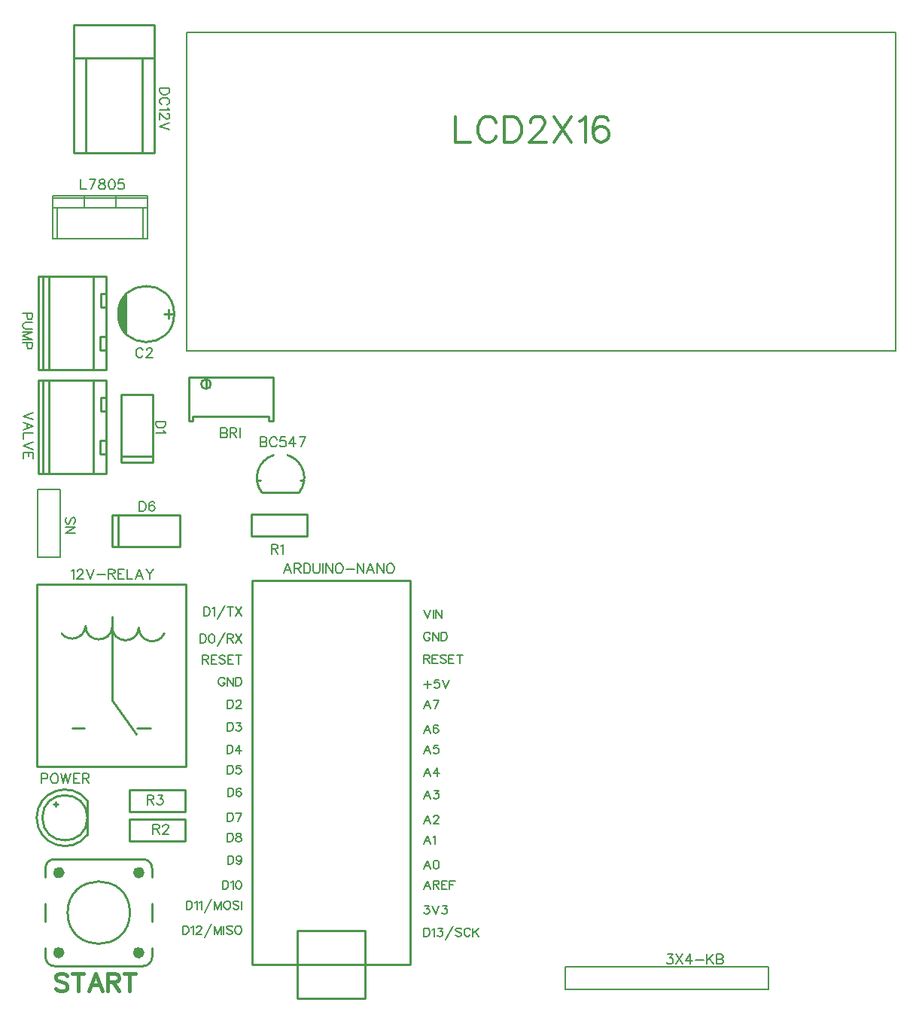
<source format=gto>
G04 Layer: TopSilkLayer*
G04 EasyEDA v6.4.20.6, 2021-08-16T11:23:07+05:00*
G04 c3a099c2b70d45deafa0669b64b3af86,5b6d1f2078ba48c69a4fdbf02e9f565d,10*
G04 Gerber Generator version 0.2*
G04 Scale: 100 percent, Rotated: No, Reflected: No *
G04 Dimensions in millimeters *
G04 leading zeros omitted , absolute positions ,4 integer and 5 decimal *
%FSLAX45Y45*%
%MOMM*%

%ADD10C,0.2540*%
%ADD28C,0.2286*%
%ADD29C,0.1500*%
%ADD30C,0.2030*%
%ADD31C,0.2032*%
%ADD32C,0.7000*%
%ADD33C,0.5000*%
%ADD34C,0.4000*%
%ADD35C,0.1524*%
%ADD36C,0.3000*%

%LPD*%
D34*
X5727700Y-16397478D02*
D35*
X2388615Y-13106400D02*
G01*
X2279650Y-13106400D01*
X2388615Y-13106400D02*
G01*
X2388615Y-13142721D01*
X2383536Y-13158470D01*
X2373122Y-13168629D01*
X2362708Y-13173963D01*
X2346959Y-13179044D01*
X2321052Y-13179044D01*
X2305558Y-13173963D01*
X2295143Y-13168629D01*
X2284729Y-13158470D01*
X2279650Y-13142721D01*
X2279650Y-13106400D01*
X2367788Y-13213334D02*
G01*
X2373122Y-13223747D01*
X2388615Y-13239495D01*
X2279650Y-13239495D01*
X3454400Y-13283184D02*
G01*
X3454400Y-13392150D01*
X3454400Y-13283184D02*
G01*
X3501136Y-13283184D01*
X3516629Y-13288263D01*
X3521963Y-13293597D01*
X3527043Y-13304012D01*
X3527043Y-13314426D01*
X3521963Y-13324839D01*
X3516629Y-13329920D01*
X3501136Y-13335000D01*
X3454400Y-13335000D02*
G01*
X3501136Y-13335000D01*
X3516629Y-13340334D01*
X3521963Y-13345413D01*
X3527043Y-13355828D01*
X3527043Y-13371576D01*
X3521963Y-13381989D01*
X3516629Y-13387070D01*
X3501136Y-13392150D01*
X3454400Y-13392150D01*
X3639311Y-13309092D02*
G01*
X3634231Y-13298678D01*
X3623818Y-13288263D01*
X3613404Y-13283184D01*
X3592575Y-13283184D01*
X3582161Y-13288263D01*
X3571747Y-13298678D01*
X3566668Y-13309092D01*
X3561334Y-13324839D01*
X3561334Y-13350747D01*
X3566668Y-13366242D01*
X3571747Y-13376655D01*
X3582161Y-13387070D01*
X3592575Y-13392150D01*
X3613404Y-13392150D01*
X3623818Y-13387070D01*
X3634231Y-13376655D01*
X3639311Y-13366242D01*
X3736086Y-13283184D02*
G01*
X3684015Y-13283184D01*
X3678936Y-13329920D01*
X3684015Y-13324839D01*
X3699509Y-13319505D01*
X3715258Y-13319505D01*
X3730752Y-13324839D01*
X3741165Y-13335000D01*
X3746500Y-13350747D01*
X3746500Y-13361162D01*
X3741165Y-13376655D01*
X3730752Y-13387070D01*
X3715258Y-13392150D01*
X3699509Y-13392150D01*
X3684015Y-13387070D01*
X3678936Y-13381989D01*
X3673602Y-13371576D01*
X3832606Y-13283184D02*
G01*
X3780790Y-13355828D01*
X3858513Y-13355828D01*
X3832606Y-13283184D02*
G01*
X3832606Y-13392150D01*
X3965702Y-13283184D02*
G01*
X3913631Y-13392150D01*
X3892804Y-13283184D02*
G01*
X3965702Y-13283184D01*
X3581400Y-14489684D02*
G01*
X3581400Y-14598650D01*
X3581400Y-14489684D02*
G01*
X3628136Y-14489684D01*
X3643629Y-14494763D01*
X3648963Y-14500097D01*
X3654043Y-14510512D01*
X3654043Y-14520926D01*
X3648963Y-14531339D01*
X3643629Y-14536420D01*
X3628136Y-14541500D01*
X3581400Y-14541500D01*
X3617722Y-14541500D02*
G01*
X3654043Y-14598650D01*
X3688334Y-14510512D02*
G01*
X3698747Y-14505178D01*
X3714495Y-14489684D01*
X3714495Y-14598650D01*
X2247900Y-17639284D02*
G01*
X2247900Y-17748250D01*
X2247900Y-17639284D02*
G01*
X2294636Y-17639284D01*
X2310129Y-17644363D01*
X2315463Y-17649698D01*
X2320543Y-17660112D01*
X2320543Y-17670526D01*
X2315463Y-17680939D01*
X2310129Y-17686020D01*
X2294636Y-17691100D01*
X2247900Y-17691100D01*
X2284222Y-17691100D02*
G01*
X2320543Y-17748250D01*
X2360168Y-17665192D02*
G01*
X2360168Y-17660112D01*
X2365247Y-17649698D01*
X2370581Y-17644363D01*
X2380995Y-17639284D01*
X2401570Y-17639284D01*
X2411984Y-17644363D01*
X2417318Y-17649698D01*
X2422397Y-17660112D01*
X2422397Y-17670526D01*
X2417318Y-17680939D01*
X2406904Y-17696434D01*
X2354834Y-17748250D01*
X2427731Y-17748250D01*
X2184400Y-17309084D02*
G01*
X2184400Y-17418050D01*
X2184400Y-17309084D02*
G01*
X2231136Y-17309084D01*
X2246629Y-17314163D01*
X2251963Y-17319498D01*
X2257043Y-17329912D01*
X2257043Y-17340326D01*
X2251963Y-17350739D01*
X2246629Y-17355820D01*
X2231136Y-17360900D01*
X2184400Y-17360900D01*
X2220722Y-17360900D02*
G01*
X2257043Y-17418050D01*
X2301747Y-17309084D02*
G01*
X2358897Y-17309084D01*
X2327909Y-17350739D01*
X2343404Y-17350739D01*
X2353818Y-17355820D01*
X2358897Y-17360900D01*
X2364231Y-17376648D01*
X2364231Y-17387062D01*
X2358897Y-17402555D01*
X2348484Y-17412970D01*
X2332990Y-17418050D01*
X2317495Y-17418050D01*
X2301747Y-17412970D01*
X2296668Y-17407889D01*
X2291334Y-17397476D01*
X2135377Y-12305792D02*
G01*
X2130043Y-12295378D01*
X2119629Y-12284963D01*
X2109470Y-12279884D01*
X2088641Y-12279884D01*
X2078227Y-12284963D01*
X2067813Y-12295378D01*
X2062479Y-12305792D01*
X2057400Y-12321539D01*
X2057400Y-12347447D01*
X2062479Y-12362942D01*
X2067813Y-12373355D01*
X2078227Y-12383770D01*
X2088641Y-12388850D01*
X2109470Y-12388850D01*
X2119629Y-12383770D01*
X2130043Y-12373355D01*
X2135377Y-12362942D01*
X2174747Y-12305792D02*
G01*
X2174747Y-12300712D01*
X2180081Y-12290297D01*
X2185161Y-12284963D01*
X2195575Y-12279884D01*
X2216404Y-12279884D01*
X2226818Y-12284963D01*
X2231897Y-12290297D01*
X2237231Y-12300712D01*
X2237231Y-12311126D01*
X2231897Y-12321539D01*
X2221484Y-12337034D01*
X2169668Y-12388850D01*
X2242311Y-12388850D01*
X1435100Y-10387584D02*
G01*
X1435100Y-10496550D01*
X1435100Y-10496550D02*
G01*
X1497329Y-10496550D01*
X1604518Y-10387584D02*
G01*
X1552447Y-10496550D01*
X1531620Y-10387584D02*
G01*
X1604518Y-10387584D01*
X1664715Y-10387584D02*
G01*
X1649221Y-10392663D01*
X1643887Y-10403078D01*
X1643887Y-10413492D01*
X1649221Y-10423905D01*
X1659636Y-10429239D01*
X1680210Y-10434320D01*
X1695957Y-10439400D01*
X1706371Y-10449813D01*
X1711452Y-10460228D01*
X1711452Y-10475976D01*
X1706371Y-10486389D01*
X1701037Y-10491470D01*
X1685544Y-10496550D01*
X1664715Y-10496550D01*
X1649221Y-10491470D01*
X1643887Y-10486389D01*
X1638807Y-10475976D01*
X1638807Y-10460228D01*
X1643887Y-10449813D01*
X1654302Y-10439400D01*
X1670050Y-10434320D01*
X1690623Y-10429239D01*
X1701037Y-10423905D01*
X1706371Y-10413492D01*
X1706371Y-10403078D01*
X1701037Y-10392663D01*
X1685544Y-10387584D01*
X1664715Y-10387584D01*
X1776984Y-10387584D02*
G01*
X1761489Y-10392663D01*
X1751076Y-10408412D01*
X1745742Y-10434320D01*
X1745742Y-10449813D01*
X1751076Y-10475976D01*
X1761489Y-10491470D01*
X1776984Y-10496550D01*
X1787397Y-10496550D01*
X1802892Y-10491470D01*
X1813305Y-10475976D01*
X1818639Y-10449813D01*
X1818639Y-10434320D01*
X1813305Y-10408412D01*
X1802892Y-10392663D01*
X1787397Y-10387584D01*
X1776984Y-10387584D01*
X1915160Y-10387584D02*
G01*
X1863089Y-10387584D01*
X1858010Y-10434320D01*
X1863089Y-10429239D01*
X1878837Y-10423905D01*
X1894331Y-10423905D01*
X1910079Y-10429239D01*
X1920239Y-10439400D01*
X1925573Y-10455147D01*
X1925573Y-10465562D01*
X1920239Y-10481055D01*
X1910079Y-10491470D01*
X1894331Y-10496550D01*
X1878837Y-10496550D01*
X1863089Y-10491470D01*
X1858010Y-10486389D01*
X1852929Y-10475976D01*
X8036813Y-19099784D02*
G01*
X8093963Y-19099784D01*
X8062722Y-19141440D01*
X8078470Y-19141440D01*
X8088629Y-19146520D01*
X8093963Y-19151600D01*
X8099043Y-19167348D01*
X8099043Y-19177761D01*
X8093963Y-19193256D01*
X8083550Y-19203670D01*
X8068056Y-19208750D01*
X8052308Y-19208750D01*
X8036813Y-19203670D01*
X8031479Y-19198590D01*
X8026400Y-19188175D01*
X8133334Y-19099784D02*
G01*
X8206231Y-19208750D01*
X8206231Y-19099784D02*
G01*
X8133334Y-19208750D01*
X8292338Y-19099784D02*
G01*
X8240522Y-19172427D01*
X8318500Y-19172427D01*
X8292338Y-19099784D02*
G01*
X8292338Y-19208750D01*
X8352790Y-19162013D02*
G01*
X8446261Y-19162013D01*
X8480552Y-19099784D02*
G01*
X8480552Y-19208750D01*
X8553195Y-19099784D02*
G01*
X8480552Y-19172427D01*
X8506459Y-19146520D02*
G01*
X8553195Y-19208750D01*
X8587486Y-19099784D02*
G01*
X8587486Y-19208750D01*
X8587486Y-19099784D02*
G01*
X8634222Y-19099784D01*
X8649970Y-19104863D01*
X8655050Y-19110198D01*
X8660129Y-19120611D01*
X8660129Y-19131025D01*
X8655050Y-19141440D01*
X8649970Y-19146520D01*
X8634222Y-19151600D01*
X8587486Y-19151600D02*
G01*
X8634222Y-19151600D01*
X8649970Y-19156934D01*
X8655050Y-19162013D01*
X8660129Y-19172427D01*
X8660129Y-19188175D01*
X8655050Y-19198590D01*
X8649970Y-19203670D01*
X8634222Y-19208750D01*
X8587486Y-19208750D01*
X3009900Y-13181584D02*
G01*
X3009900Y-13290550D01*
X3009900Y-13181584D02*
G01*
X3056636Y-13181584D01*
X3072129Y-13186663D01*
X3077463Y-13191997D01*
X3082543Y-13202412D01*
X3082543Y-13212826D01*
X3077463Y-13223239D01*
X3072129Y-13228320D01*
X3056636Y-13233400D01*
X3009900Y-13233400D02*
G01*
X3056636Y-13233400D01*
X3072129Y-13238734D01*
X3077463Y-13243813D01*
X3082543Y-13254228D01*
X3082543Y-13269976D01*
X3077463Y-13280389D01*
X3072129Y-13285470D01*
X3056636Y-13290550D01*
X3009900Y-13290550D01*
X3116834Y-13181584D02*
G01*
X3116834Y-13290550D01*
X3116834Y-13181584D02*
G01*
X3163570Y-13181584D01*
X3179318Y-13186663D01*
X3184397Y-13191997D01*
X3189731Y-13202412D01*
X3189731Y-13212826D01*
X3184397Y-13223239D01*
X3179318Y-13228320D01*
X3163570Y-13233400D01*
X3116834Y-13233400D01*
X3153409Y-13233400D02*
G01*
X3189731Y-13290550D01*
X3224022Y-13181584D02*
G01*
X3224022Y-13290550D01*
X2433134Y-9359137D02*
G01*
X2324168Y-9359137D01*
X2433134Y-9359137D02*
G01*
X2433134Y-9395460D01*
X2428054Y-9411208D01*
X2417640Y-9421368D01*
X2407226Y-9426702D01*
X2391478Y-9431781D01*
X2365570Y-9431781D01*
X2350076Y-9426702D01*
X2339662Y-9421368D01*
X2329248Y-9411208D01*
X2324168Y-9395460D01*
X2324168Y-9359137D01*
X2407226Y-9544050D02*
G01*
X2417640Y-9538970D01*
X2428054Y-9528555D01*
X2433134Y-9518142D01*
X2433134Y-9497313D01*
X2428054Y-9486900D01*
X2417640Y-9476486D01*
X2407226Y-9471405D01*
X2391478Y-9466071D01*
X2365570Y-9466071D01*
X2350076Y-9471405D01*
X2339662Y-9476486D01*
X2329248Y-9486900D01*
X2324168Y-9497313D01*
X2324168Y-9518142D01*
X2329248Y-9528555D01*
X2339662Y-9538970D01*
X2350076Y-9544050D01*
X2412306Y-9578339D02*
G01*
X2417640Y-9588754D01*
X2433134Y-9604247D01*
X2324168Y-9604247D01*
X2407226Y-9643871D02*
G01*
X2412306Y-9643871D01*
X2422720Y-9648952D01*
X2428054Y-9654286D01*
X2433134Y-9664700D01*
X2433134Y-9685528D01*
X2428054Y-9695687D01*
X2422720Y-9701021D01*
X2412306Y-9706102D01*
X2401892Y-9706102D01*
X2391478Y-9701021D01*
X2375984Y-9690608D01*
X2324168Y-9638537D01*
X2324168Y-9711436D01*
X2433134Y-9745726D02*
G01*
X2324168Y-9787128D01*
X2433134Y-9828784D02*
G01*
X2324168Y-9787128D01*
X3762756Y-14705584D02*
G01*
X3721100Y-14814550D01*
X3762756Y-14705584D02*
G01*
X3804158Y-14814550D01*
X3736593Y-14778228D02*
G01*
X3788663Y-14778228D01*
X3838447Y-14705584D02*
G01*
X3838447Y-14814550D01*
X3838447Y-14705584D02*
G01*
X3885184Y-14705584D01*
X3900931Y-14710663D01*
X3906011Y-14715997D01*
X3911345Y-14726412D01*
X3911345Y-14736826D01*
X3906011Y-14747239D01*
X3900931Y-14752320D01*
X3885184Y-14757400D01*
X3838447Y-14757400D01*
X3874770Y-14757400D02*
G01*
X3911345Y-14814550D01*
X3945636Y-14705584D02*
G01*
X3945636Y-14814550D01*
X3945636Y-14705584D02*
G01*
X3981958Y-14705584D01*
X3997452Y-14710663D01*
X4007865Y-14721078D01*
X4013200Y-14731492D01*
X4018279Y-14747239D01*
X4018279Y-14773147D01*
X4013200Y-14788642D01*
X4007865Y-14799055D01*
X3997452Y-14809470D01*
X3981958Y-14814550D01*
X3945636Y-14814550D01*
X4052570Y-14705584D02*
G01*
X4052570Y-14783562D01*
X4057650Y-14799055D01*
X4068063Y-14809470D01*
X4083811Y-14814550D01*
X4094225Y-14814550D01*
X4109720Y-14809470D01*
X4120134Y-14799055D01*
X4125213Y-14783562D01*
X4125213Y-14705584D01*
X4159504Y-14705584D02*
G01*
X4159504Y-14814550D01*
X4193793Y-14705584D02*
G01*
X4193793Y-14814550D01*
X4193793Y-14705584D02*
G01*
X4266691Y-14814550D01*
X4266691Y-14705584D02*
G01*
X4266691Y-14814550D01*
X4331970Y-14705584D02*
G01*
X4321809Y-14710663D01*
X4311395Y-14721078D01*
X4306061Y-14731492D01*
X4300981Y-14747239D01*
X4300981Y-14773147D01*
X4306061Y-14788642D01*
X4311395Y-14799055D01*
X4321809Y-14809470D01*
X4331970Y-14814550D01*
X4352797Y-14814550D01*
X4363211Y-14809470D01*
X4373625Y-14799055D01*
X4378959Y-14788642D01*
X4384040Y-14773147D01*
X4384040Y-14747239D01*
X4378959Y-14731492D01*
X4373625Y-14721078D01*
X4363211Y-14710663D01*
X4352797Y-14705584D01*
X4331970Y-14705584D01*
X4418329Y-14767813D02*
G01*
X4511802Y-14767813D01*
X4546091Y-14705584D02*
G01*
X4546091Y-14814550D01*
X4546091Y-14705584D02*
G01*
X4618990Y-14814550D01*
X4618990Y-14705584D02*
G01*
X4618990Y-14814550D01*
X4694681Y-14705584D02*
G01*
X4653279Y-14814550D01*
X4694681Y-14705584D02*
G01*
X4736338Y-14814550D01*
X4668774Y-14778228D02*
G01*
X4720590Y-14778228D01*
X4770627Y-14705584D02*
G01*
X4770627Y-14814550D01*
X4770627Y-14705584D02*
G01*
X4843272Y-14814550D01*
X4843272Y-14705584D02*
G01*
X4843272Y-14814550D01*
X4908804Y-14705584D02*
G01*
X4898390Y-14710663D01*
X4887975Y-14721078D01*
X4882895Y-14731492D01*
X4877561Y-14747239D01*
X4877561Y-14773147D01*
X4882895Y-14788642D01*
X4887975Y-14799055D01*
X4898390Y-14809470D01*
X4908804Y-14814550D01*
X4929631Y-14814550D01*
X4940045Y-14809470D01*
X4950459Y-14799055D01*
X4955540Y-14788642D01*
X4960620Y-14773147D01*
X4960620Y-14747239D01*
X4955540Y-14731492D01*
X4950459Y-14721078D01*
X4940045Y-14710663D01*
X4929631Y-14705584D01*
X4908804Y-14705584D01*
D31*
X2822702Y-15195042D02*
G01*
X2822702Y-15292070D01*
X2822702Y-15195042D02*
G01*
X2854959Y-15195042D01*
X2868929Y-15199613D01*
X2878074Y-15208757D01*
X2882645Y-15218155D01*
X2887472Y-15231871D01*
X2887472Y-15254986D01*
X2882645Y-15268955D01*
X2878074Y-15278100D01*
X2868929Y-15287244D01*
X2854959Y-15292070D01*
X2822702Y-15292070D01*
X2917952Y-15213584D02*
G01*
X2927095Y-15208757D01*
X2940811Y-15195042D01*
X2940811Y-15292070D01*
X3054604Y-15176500D02*
G01*
X2971291Y-15324328D01*
X3117341Y-15195042D02*
G01*
X3117341Y-15292070D01*
X3085084Y-15195042D02*
G01*
X3149600Y-15195042D01*
X3180079Y-15195042D02*
G01*
X3244850Y-15292070D01*
X3244850Y-15195042D02*
G01*
X3180079Y-15292070D01*
X5365241Y-15499842D02*
G01*
X5360670Y-15490444D01*
X5351272Y-15481300D01*
X5342127Y-15476728D01*
X5323586Y-15476728D01*
X5314441Y-15481300D01*
X5305043Y-15490444D01*
X5300472Y-15499842D01*
X5295900Y-15513557D01*
X5295900Y-15536671D01*
X5300472Y-15550642D01*
X5305043Y-15559786D01*
X5314441Y-15568929D01*
X5323586Y-15573755D01*
X5342127Y-15573755D01*
X5351272Y-15568929D01*
X5360670Y-15559786D01*
X5365241Y-15550642D01*
X5365241Y-15536671D01*
X5342127Y-15536671D02*
G01*
X5365241Y-15536671D01*
X5395722Y-15476728D02*
G01*
X5395722Y-15573755D01*
X5395722Y-15476728D02*
G01*
X5460238Y-15573755D01*
X5460238Y-15476728D02*
G01*
X5460238Y-15573755D01*
X5490718Y-15476728D02*
G01*
X5490718Y-15573755D01*
X5490718Y-15476728D02*
G01*
X5523229Y-15476728D01*
X5536945Y-15481300D01*
X5546090Y-15490444D01*
X5550915Y-15499842D01*
X5555488Y-15513557D01*
X5555488Y-15536671D01*
X5550915Y-15550642D01*
X5546090Y-15559786D01*
X5536945Y-15568929D01*
X5523229Y-15573755D01*
X5490718Y-15573755D01*
X5337556Y-16023844D02*
G01*
X5337556Y-16107155D01*
X5295900Y-16065500D02*
G01*
X5378958Y-16065500D01*
X5464809Y-16010128D02*
G01*
X5418836Y-16010128D01*
X5414009Y-16051529D01*
X5418836Y-16046957D01*
X5432552Y-16042386D01*
X5446522Y-16042386D01*
X5460238Y-16046957D01*
X5469636Y-16056355D01*
X5474208Y-16070071D01*
X5474208Y-16079470D01*
X5469636Y-16093186D01*
X5460238Y-16102329D01*
X5446522Y-16107155D01*
X5432552Y-16107155D01*
X5418836Y-16102329D01*
X5414009Y-16097757D01*
X5409438Y-16088613D01*
X5504688Y-16010128D02*
G01*
X5541518Y-16107155D01*
X5578602Y-16010128D02*
G01*
X5541518Y-16107155D01*
X2583434Y-18778727D02*
G01*
X2583434Y-18875756D01*
X2583434Y-18778727D02*
G01*
X2615691Y-18778727D01*
X2629661Y-18783300D01*
X2638806Y-18792443D01*
X2643377Y-18801841D01*
X2648204Y-18815558D01*
X2648204Y-18838672D01*
X2643377Y-18852641D01*
X2638806Y-18861786D01*
X2629661Y-18870929D01*
X2615691Y-18875756D01*
X2583434Y-18875756D01*
X2678684Y-18797270D02*
G01*
X2687827Y-18792443D01*
X2701543Y-18778727D01*
X2701543Y-18875756D01*
X2736850Y-18801841D02*
G01*
X2736850Y-18797270D01*
X2741422Y-18787872D01*
X2745993Y-18783300D01*
X2755138Y-18778727D01*
X2773679Y-18778727D01*
X2782824Y-18783300D01*
X2787650Y-18787872D01*
X2792222Y-18797270D01*
X2792222Y-18806413D01*
X2787650Y-18815558D01*
X2778252Y-18829527D01*
X2732024Y-18875756D01*
X2796793Y-18875756D01*
X2910331Y-18760186D02*
G01*
X2827274Y-18908013D01*
X2940811Y-18778727D02*
G01*
X2940811Y-18875756D01*
X2940811Y-18778727D02*
G01*
X2977895Y-18875756D01*
X3014725Y-18778727D02*
G01*
X2977895Y-18875756D01*
X3014725Y-18778727D02*
G01*
X3014725Y-18875756D01*
X3045206Y-18778727D02*
G01*
X3045206Y-18875756D01*
X3140456Y-18792443D02*
G01*
X3131058Y-18783300D01*
X3117341Y-18778727D01*
X3098800Y-18778727D01*
X3085084Y-18783300D01*
X3075686Y-18792443D01*
X3075686Y-18801841D01*
X3080258Y-18810986D01*
X3085084Y-18815558D01*
X3094227Y-18820129D01*
X3121913Y-18829527D01*
X3131058Y-18834100D01*
X3135884Y-18838672D01*
X3140456Y-18848070D01*
X3140456Y-18861786D01*
X3131058Y-18870929D01*
X3117341Y-18875756D01*
X3098800Y-18875756D01*
X3085084Y-18870929D01*
X3075686Y-18861786D01*
X3198622Y-18778727D02*
G01*
X3189224Y-18783300D01*
X3180079Y-18792443D01*
X3175508Y-18801841D01*
X3170936Y-18815558D01*
X3170936Y-18838672D01*
X3175508Y-18852641D01*
X3180079Y-18861786D01*
X3189224Y-18870929D01*
X3198622Y-18875756D01*
X3217163Y-18875756D01*
X3226308Y-18870929D01*
X3235452Y-18861786D01*
X3240024Y-18852641D01*
X3244850Y-18838672D01*
X3244850Y-18815558D01*
X3240024Y-18801841D01*
X3235452Y-18792443D01*
X3226308Y-18783300D01*
X3217163Y-18778727D01*
X3198622Y-18778727D01*
X5295900Y-15222728D02*
G01*
X5332729Y-15319755D01*
X5369813Y-15222728D02*
G01*
X5332729Y-15319755D01*
X5400293Y-15222728D02*
G01*
X5400293Y-15319755D01*
X5430774Y-15222728D02*
G01*
X5430774Y-15319755D01*
X5430774Y-15222728D02*
G01*
X5495290Y-15319755D01*
X5495290Y-15222728D02*
G01*
X5495290Y-15319755D01*
X5295900Y-18804127D02*
G01*
X5295900Y-18901156D01*
X5295900Y-18804127D02*
G01*
X5328158Y-18804127D01*
X5342127Y-18808700D01*
X5351272Y-18817843D01*
X5355843Y-18827241D01*
X5360670Y-18840958D01*
X5360670Y-18864072D01*
X5355843Y-18878041D01*
X5351272Y-18887186D01*
X5342127Y-18896329D01*
X5328158Y-18901156D01*
X5295900Y-18901156D01*
X5391150Y-18822670D02*
G01*
X5400293Y-18817843D01*
X5414009Y-18804127D01*
X5414009Y-18901156D01*
X5453888Y-18804127D02*
G01*
X5504688Y-18804127D01*
X5477002Y-18840958D01*
X5490718Y-18840958D01*
X5500115Y-18845529D01*
X5504688Y-18850356D01*
X5509259Y-18864072D01*
X5509259Y-18873470D01*
X5504688Y-18887186D01*
X5495290Y-18896329D01*
X5481574Y-18901156D01*
X5467604Y-18901156D01*
X5453888Y-18896329D01*
X5449315Y-18891758D01*
X5444490Y-18882613D01*
X5622797Y-18785586D02*
G01*
X5539740Y-18933413D01*
X5718047Y-18817843D02*
G01*
X5708650Y-18808700D01*
X5694934Y-18804127D01*
X5676391Y-18804127D01*
X5662675Y-18808700D01*
X5653277Y-18817843D01*
X5653277Y-18827241D01*
X5657850Y-18836386D01*
X5662675Y-18840958D01*
X5671820Y-18845529D01*
X5699506Y-18854927D01*
X5708650Y-18859500D01*
X5713475Y-18864072D01*
X5718047Y-18873470D01*
X5718047Y-18887186D01*
X5708650Y-18896329D01*
X5694934Y-18901156D01*
X5676391Y-18901156D01*
X5662675Y-18896329D01*
X5653277Y-18887186D01*
X5817870Y-18827241D02*
G01*
X5813043Y-18817843D01*
X5803900Y-18808700D01*
X5794756Y-18804127D01*
X5776213Y-18804127D01*
X5767070Y-18808700D01*
X5757672Y-18817843D01*
X5753100Y-18827241D01*
X5748527Y-18840958D01*
X5748527Y-18864072D01*
X5753100Y-18878041D01*
X5757672Y-18887186D01*
X5767070Y-18896329D01*
X5776213Y-18901156D01*
X5794756Y-18901156D01*
X5803900Y-18896329D01*
X5813043Y-18887186D01*
X5817870Y-18878041D01*
X5848350Y-18804127D02*
G01*
X5848350Y-18901156D01*
X5912865Y-18804127D02*
G01*
X5848350Y-18868643D01*
X5871209Y-18845529D02*
G01*
X5912865Y-18901156D01*
X3054604Y-16007842D02*
G01*
X3050031Y-15998444D01*
X3040634Y-15989300D01*
X3031490Y-15984728D01*
X3012947Y-15984728D01*
X3003804Y-15989300D01*
X2994406Y-15998444D01*
X2989834Y-16007842D01*
X2985261Y-16021557D01*
X2985261Y-16044671D01*
X2989834Y-16058642D01*
X2994406Y-16067786D01*
X3003804Y-16076929D01*
X3012947Y-16081755D01*
X3031490Y-16081755D01*
X3040634Y-16076929D01*
X3050031Y-16067786D01*
X3054604Y-16058642D01*
X3054604Y-16044671D01*
X3031490Y-16044671D02*
G01*
X3054604Y-16044671D01*
X3085084Y-15984728D02*
G01*
X3085084Y-16081755D01*
X3085084Y-15984728D02*
G01*
X3149600Y-16081755D01*
X3149600Y-15984728D02*
G01*
X3149600Y-16081755D01*
X3180079Y-15984728D02*
G01*
X3180079Y-16081755D01*
X3180079Y-15984728D02*
G01*
X3212591Y-15984728D01*
X3226308Y-15989300D01*
X3235452Y-15998444D01*
X3240277Y-16007842D01*
X3244850Y-16021557D01*
X3244850Y-16044671D01*
X3240277Y-16058642D01*
X3235452Y-16067786D01*
X3226308Y-16076929D01*
X3212591Y-16081755D01*
X3180079Y-16081755D01*
X2781300Y-15499842D02*
G01*
X2781300Y-15596870D01*
X2781300Y-15499842D02*
G01*
X2813558Y-15499842D01*
X2827527Y-15504413D01*
X2836672Y-15513557D01*
X2841243Y-15522955D01*
X2846070Y-15536671D01*
X2846070Y-15559786D01*
X2841243Y-15573755D01*
X2836672Y-15582900D01*
X2827527Y-15592044D01*
X2813558Y-15596870D01*
X2781300Y-15596870D01*
X2904236Y-15499842D02*
G01*
X2890265Y-15504413D01*
X2881122Y-15518384D01*
X2876550Y-15541244D01*
X2876550Y-15555213D01*
X2881122Y-15578328D01*
X2890265Y-15592044D01*
X2904236Y-15596870D01*
X2913379Y-15596870D01*
X2927350Y-15592044D01*
X2936493Y-15578328D01*
X2941065Y-15555213D01*
X2941065Y-15541244D01*
X2936493Y-15518384D01*
X2927350Y-15504413D01*
X2913379Y-15499842D01*
X2904236Y-15499842D01*
X3054604Y-15481300D02*
G01*
X2971545Y-15629128D01*
X3085084Y-15499842D02*
G01*
X3085084Y-15596870D01*
X3085084Y-15499842D02*
G01*
X3126740Y-15499842D01*
X3140709Y-15504413D01*
X3145281Y-15508986D01*
X3149854Y-15518384D01*
X3149854Y-15527528D01*
X3145281Y-15536671D01*
X3140709Y-15541244D01*
X3126740Y-15546070D01*
X3085084Y-15546070D01*
X3117595Y-15546070D02*
G01*
X3149854Y-15596870D01*
X3180334Y-15499842D02*
G01*
X3244850Y-15596870D01*
X3244850Y-15499842D02*
G01*
X3180334Y-15596870D01*
X2808986Y-15735300D02*
G01*
X2808986Y-15832328D01*
X2808986Y-15735300D02*
G01*
X2850641Y-15735300D01*
X2864358Y-15739871D01*
X2868929Y-15744444D01*
X2873756Y-15753842D01*
X2873756Y-15762986D01*
X2868929Y-15772129D01*
X2864358Y-15776702D01*
X2850641Y-15781528D01*
X2808986Y-15781528D01*
X2841243Y-15781528D02*
G01*
X2873756Y-15832328D01*
X2904236Y-15735300D02*
G01*
X2904236Y-15832328D01*
X2904236Y-15735300D02*
G01*
X2964179Y-15735300D01*
X2904236Y-15781528D02*
G01*
X2941065Y-15781528D01*
X2904236Y-15832328D02*
G01*
X2964179Y-15832328D01*
X3059175Y-15749016D02*
G01*
X3050031Y-15739871D01*
X3036315Y-15735300D01*
X3017774Y-15735300D01*
X3003804Y-15739871D01*
X2994659Y-15749016D01*
X2994659Y-15758413D01*
X2999231Y-15767557D01*
X3003804Y-15772129D01*
X3013202Y-15776702D01*
X3040888Y-15786100D01*
X3050031Y-15790671D01*
X3054604Y-15795244D01*
X3059175Y-15804642D01*
X3059175Y-15818357D01*
X3050031Y-15827502D01*
X3036315Y-15832328D01*
X3017774Y-15832328D01*
X3003804Y-15827502D01*
X2994659Y-15818357D01*
X3089656Y-15735300D02*
G01*
X3089656Y-15832328D01*
X3089656Y-15735300D02*
G01*
X3149854Y-15735300D01*
X3089656Y-15781528D02*
G01*
X3126740Y-15781528D01*
X3089656Y-15832328D02*
G01*
X3149854Y-15832328D01*
X3212591Y-15735300D02*
G01*
X3212591Y-15832328D01*
X3180334Y-15735300D02*
G01*
X3244850Y-15735300D01*
X3085084Y-16238728D02*
G01*
X3085084Y-16335755D01*
X3085084Y-16238728D02*
G01*
X3117341Y-16238728D01*
X3131311Y-16243300D01*
X3140456Y-16252444D01*
X3145027Y-16261842D01*
X3149854Y-16275557D01*
X3149854Y-16298671D01*
X3145027Y-16312642D01*
X3140456Y-16321786D01*
X3131311Y-16330929D01*
X3117341Y-16335755D01*
X3085084Y-16335755D01*
X3184906Y-16261842D02*
G01*
X3184906Y-16257270D01*
X3189477Y-16247871D01*
X3194050Y-16243300D01*
X3203193Y-16238728D01*
X3221736Y-16238728D01*
X3231134Y-16243300D01*
X3235706Y-16247871D01*
X3240277Y-16257270D01*
X3240277Y-16266413D01*
X3235706Y-16275557D01*
X3226308Y-16289528D01*
X3180334Y-16335755D01*
X3244850Y-16335755D01*
X3085084Y-16492728D02*
G01*
X3085084Y-16589755D01*
X3085084Y-16492728D02*
G01*
X3117341Y-16492728D01*
X3131311Y-16497300D01*
X3140456Y-16506444D01*
X3145027Y-16515842D01*
X3149854Y-16529557D01*
X3149854Y-16552671D01*
X3145027Y-16566642D01*
X3140456Y-16575786D01*
X3131311Y-16584929D01*
X3117341Y-16589755D01*
X3085084Y-16589755D01*
X3189477Y-16492728D02*
G01*
X3240277Y-16492728D01*
X3212591Y-16529557D01*
X3226308Y-16529557D01*
X3235706Y-16534129D01*
X3240277Y-16538955D01*
X3244850Y-16552671D01*
X3244850Y-16562070D01*
X3240277Y-16575786D01*
X3231134Y-16584929D01*
X3217163Y-16589755D01*
X3203193Y-16589755D01*
X3189477Y-16584929D01*
X3184906Y-16580357D01*
X3180334Y-16571213D01*
X3080511Y-16746728D02*
G01*
X3080511Y-16843755D01*
X3080511Y-16746728D02*
G01*
X3112770Y-16746728D01*
X3126740Y-16751300D01*
X3135884Y-16760444D01*
X3140456Y-16769842D01*
X3145281Y-16783558D01*
X3145281Y-16806671D01*
X3140456Y-16820642D01*
X3135884Y-16829786D01*
X3126740Y-16838929D01*
X3112770Y-16843755D01*
X3080511Y-16843755D01*
X3221736Y-16746728D02*
G01*
X3175761Y-16811244D01*
X3244850Y-16811244D01*
X3221736Y-16746728D02*
G01*
X3221736Y-16843755D01*
X3085084Y-16975328D02*
G01*
X3085084Y-17072355D01*
X3085084Y-16975328D02*
G01*
X3117341Y-16975328D01*
X3131311Y-16979900D01*
X3140456Y-16989044D01*
X3145027Y-16998442D01*
X3149854Y-17012158D01*
X3149854Y-17035271D01*
X3145027Y-17049242D01*
X3140456Y-17058386D01*
X3131311Y-17067529D01*
X3117341Y-17072355D01*
X3085084Y-17072355D01*
X3235706Y-16975328D02*
G01*
X3189477Y-16975328D01*
X3184906Y-17016729D01*
X3189477Y-17012158D01*
X3203193Y-17007586D01*
X3217163Y-17007586D01*
X3231134Y-17012158D01*
X3240277Y-17021555D01*
X3244850Y-17035271D01*
X3244850Y-17044670D01*
X3240277Y-17058386D01*
X3231134Y-17067529D01*
X3217163Y-17072355D01*
X3203193Y-17072355D01*
X3189477Y-17067529D01*
X3184906Y-17062958D01*
X3180334Y-17053813D01*
X3089656Y-17229328D02*
G01*
X3089656Y-17326355D01*
X3089656Y-17229328D02*
G01*
X3121913Y-17229328D01*
X3135884Y-17233900D01*
X3145027Y-17243044D01*
X3149600Y-17252442D01*
X3154425Y-17266158D01*
X3154425Y-17289271D01*
X3149600Y-17303242D01*
X3145027Y-17312386D01*
X3135884Y-17321529D01*
X3121913Y-17326355D01*
X3089656Y-17326355D01*
X3240277Y-17243044D02*
G01*
X3235706Y-17233900D01*
X3221736Y-17229328D01*
X3212591Y-17229328D01*
X3198622Y-17233900D01*
X3189477Y-17247870D01*
X3184906Y-17270729D01*
X3184906Y-17293844D01*
X3189477Y-17312386D01*
X3198622Y-17321529D01*
X3212591Y-17326355D01*
X3217163Y-17326355D01*
X3230879Y-17321529D01*
X3240277Y-17312386D01*
X3244850Y-17298670D01*
X3244850Y-17293844D01*
X3240277Y-17280128D01*
X3230879Y-17270729D01*
X3217163Y-17266158D01*
X3212591Y-17266158D01*
X3198622Y-17270729D01*
X3189477Y-17280128D01*
X3184906Y-17293844D01*
X3085084Y-17508728D02*
G01*
X3085084Y-17605755D01*
X3085084Y-17508728D02*
G01*
X3117341Y-17508728D01*
X3131311Y-17513300D01*
X3140456Y-17522444D01*
X3145027Y-17531842D01*
X3149854Y-17545558D01*
X3149854Y-17568671D01*
X3145027Y-17582642D01*
X3140456Y-17591786D01*
X3131311Y-17600929D01*
X3117341Y-17605755D01*
X3085084Y-17605755D01*
X3244850Y-17508728D02*
G01*
X3198622Y-17605755D01*
X3180334Y-17508728D02*
G01*
X3244850Y-17508728D01*
X3085084Y-17737328D02*
G01*
X3085084Y-17834355D01*
X3085084Y-17737328D02*
G01*
X3117341Y-17737328D01*
X3131311Y-17741900D01*
X3140456Y-17751044D01*
X3145027Y-17760442D01*
X3149854Y-17774158D01*
X3149854Y-17797271D01*
X3145027Y-17811242D01*
X3140456Y-17820386D01*
X3131311Y-17829529D01*
X3117341Y-17834355D01*
X3085084Y-17834355D01*
X3203193Y-17737328D02*
G01*
X3189477Y-17741900D01*
X3184906Y-17751044D01*
X3184906Y-17760442D01*
X3189477Y-17769586D01*
X3198622Y-17774158D01*
X3217163Y-17778729D01*
X3231134Y-17783555D01*
X3240277Y-17792700D01*
X3244850Y-17801844D01*
X3244850Y-17815813D01*
X3240277Y-17824958D01*
X3235706Y-17829529D01*
X3221736Y-17834355D01*
X3203193Y-17834355D01*
X3189477Y-17829529D01*
X3184906Y-17824958D01*
X3180334Y-17815813D01*
X3180334Y-17801844D01*
X3184906Y-17792700D01*
X3194050Y-17783555D01*
X3208020Y-17778729D01*
X3226308Y-17774158D01*
X3235706Y-17769586D01*
X3240277Y-17760442D01*
X3240277Y-17751044D01*
X3235706Y-17741900D01*
X3221736Y-17737328D01*
X3203193Y-17737328D01*
X3089656Y-17991327D02*
G01*
X3089656Y-18088356D01*
X3089656Y-17991327D02*
G01*
X3121913Y-17991327D01*
X3135884Y-17995900D01*
X3145027Y-18005043D01*
X3149600Y-18014441D01*
X3154425Y-18028158D01*
X3154425Y-18051272D01*
X3149600Y-18065241D01*
X3145027Y-18074386D01*
X3135884Y-18083529D01*
X3121913Y-18088356D01*
X3089656Y-18088356D01*
X3244850Y-18023586D02*
G01*
X3240277Y-18037556D01*
X3230879Y-18046700D01*
X3217163Y-18051272D01*
X3212591Y-18051272D01*
X3198622Y-18046700D01*
X3189477Y-18037556D01*
X3184906Y-18023586D01*
X3184906Y-18019013D01*
X3189477Y-18005043D01*
X3198622Y-17995900D01*
X3212591Y-17991327D01*
X3217163Y-17991327D01*
X3230879Y-17995900D01*
X3240277Y-18005043D01*
X3244850Y-18023586D01*
X3244850Y-18046700D01*
X3240277Y-18069813D01*
X3230879Y-18083529D01*
X3217163Y-18088356D01*
X3207765Y-18088356D01*
X3194050Y-18083529D01*
X3189477Y-18074386D01*
X3031490Y-18270727D02*
G01*
X3031490Y-18367756D01*
X3031490Y-18270727D02*
G01*
X3063747Y-18270727D01*
X3077718Y-18275300D01*
X3086861Y-18284443D01*
X3091434Y-18293841D01*
X3096259Y-18307558D01*
X3096259Y-18330672D01*
X3091434Y-18344641D01*
X3086861Y-18353786D01*
X3077718Y-18362929D01*
X3063747Y-18367756D01*
X3031490Y-18367756D01*
X3126740Y-18289270D02*
G01*
X3135884Y-18284443D01*
X3149600Y-18270727D01*
X3149600Y-18367756D01*
X3208020Y-18270727D02*
G01*
X3194050Y-18275300D01*
X3184906Y-18289270D01*
X3180079Y-18312129D01*
X3180079Y-18326100D01*
X3184906Y-18349213D01*
X3194050Y-18362929D01*
X3208020Y-18367756D01*
X3217163Y-18367756D01*
X3230879Y-18362929D01*
X3240277Y-18349213D01*
X3244850Y-18326100D01*
X3244850Y-18312129D01*
X3240277Y-18289270D01*
X3230879Y-18275300D01*
X3217163Y-18270727D01*
X3208020Y-18270727D01*
X2625090Y-18499327D02*
G01*
X2625090Y-18596356D01*
X2625090Y-18499327D02*
G01*
X2657347Y-18499327D01*
X2671318Y-18503900D01*
X2680461Y-18513043D01*
X2685034Y-18522441D01*
X2689859Y-18536158D01*
X2689859Y-18559272D01*
X2685034Y-18573241D01*
X2680461Y-18582386D01*
X2671318Y-18591529D01*
X2657347Y-18596356D01*
X2625090Y-18596356D01*
X2720340Y-18517870D02*
G01*
X2729484Y-18513043D01*
X2743200Y-18499327D01*
X2743200Y-18596356D01*
X2773679Y-18517870D02*
G01*
X2783077Y-18513043D01*
X2796793Y-18499327D01*
X2796793Y-18596356D01*
X2910586Y-18480786D02*
G01*
X2827274Y-18628613D01*
X2941065Y-18499327D02*
G01*
X2941065Y-18596356D01*
X2941065Y-18499327D02*
G01*
X2977895Y-18596356D01*
X3014979Y-18499327D02*
G01*
X2977895Y-18596356D01*
X3014979Y-18499327D02*
G01*
X3014979Y-18596356D01*
X3073145Y-18499327D02*
G01*
X3063747Y-18503900D01*
X3054604Y-18513043D01*
X3050031Y-18522441D01*
X3045459Y-18536158D01*
X3045459Y-18559272D01*
X3050031Y-18573241D01*
X3054604Y-18582386D01*
X3063747Y-18591529D01*
X3073145Y-18596356D01*
X3091434Y-18596356D01*
X3100831Y-18591529D01*
X3109975Y-18582386D01*
X3114547Y-18573241D01*
X3119120Y-18559272D01*
X3119120Y-18536158D01*
X3114547Y-18522441D01*
X3109975Y-18513043D01*
X3100831Y-18503900D01*
X3091434Y-18499327D01*
X3073145Y-18499327D01*
X3214370Y-18513043D02*
G01*
X3205225Y-18503900D01*
X3191256Y-18499327D01*
X3172713Y-18499327D01*
X3158997Y-18503900D01*
X3149600Y-18513043D01*
X3149600Y-18522441D01*
X3154425Y-18531586D01*
X3158997Y-18536158D01*
X3168141Y-18540729D01*
X3195827Y-18550127D01*
X3205225Y-18554700D01*
X3209797Y-18559272D01*
X3214370Y-18568670D01*
X3214370Y-18582386D01*
X3205225Y-18591529D01*
X3191256Y-18596356D01*
X3172713Y-18596356D01*
X3158997Y-18591529D01*
X3149600Y-18582386D01*
X3244850Y-18499327D02*
G01*
X3244850Y-18596356D01*
X5305043Y-18550127D02*
G01*
X5355843Y-18550127D01*
X5328158Y-18586958D01*
X5342127Y-18586958D01*
X5351272Y-18591529D01*
X5355843Y-18596356D01*
X5360670Y-18610072D01*
X5360670Y-18619470D01*
X5355843Y-18633186D01*
X5346700Y-18642329D01*
X5332729Y-18647156D01*
X5319013Y-18647156D01*
X5305043Y-18642329D01*
X5300472Y-18637758D01*
X5295900Y-18628613D01*
X5391150Y-18550127D02*
G01*
X5427979Y-18647156D01*
X5464809Y-18550127D02*
G01*
X5427979Y-18647156D01*
X5504688Y-18550127D02*
G01*
X5555488Y-18550127D01*
X5527802Y-18586958D01*
X5541518Y-18586958D01*
X5550915Y-18591529D01*
X5555488Y-18596356D01*
X5560059Y-18610072D01*
X5560059Y-18619470D01*
X5555488Y-18633186D01*
X5546090Y-18642329D01*
X5532374Y-18647156D01*
X5518404Y-18647156D01*
X5504688Y-18642329D01*
X5500115Y-18637758D01*
X5495290Y-18628613D01*
X5332729Y-18270727D02*
G01*
X5295900Y-18367756D01*
X5332729Y-18270727D02*
G01*
X5369813Y-18367756D01*
X5309870Y-18335243D02*
G01*
X5355843Y-18335243D01*
X5400293Y-18270727D02*
G01*
X5400293Y-18367756D01*
X5400293Y-18270727D02*
G01*
X5441950Y-18270727D01*
X5455665Y-18275300D01*
X5460238Y-18279872D01*
X5464809Y-18289270D01*
X5464809Y-18298413D01*
X5460238Y-18307558D01*
X5455665Y-18312129D01*
X5441950Y-18316956D01*
X5400293Y-18316956D01*
X5432552Y-18316956D02*
G01*
X5464809Y-18367756D01*
X5495290Y-18270727D02*
G01*
X5495290Y-18367756D01*
X5495290Y-18270727D02*
G01*
X5555488Y-18270727D01*
X5495290Y-18316956D02*
G01*
X5532374Y-18316956D01*
X5495290Y-18367756D02*
G01*
X5555488Y-18367756D01*
X5585968Y-18270727D02*
G01*
X5585968Y-18367756D01*
X5585968Y-18270727D02*
G01*
X5645911Y-18270727D01*
X5585968Y-18316956D02*
G01*
X5622797Y-18316956D01*
X5332729Y-18042127D02*
G01*
X5295900Y-18139156D01*
X5332729Y-18042127D02*
G01*
X5369813Y-18139156D01*
X5309870Y-18106643D02*
G01*
X5355843Y-18106643D01*
X5427979Y-18042127D02*
G01*
X5414009Y-18046700D01*
X5404865Y-18060670D01*
X5400293Y-18083529D01*
X5400293Y-18097500D01*
X5404865Y-18120613D01*
X5414009Y-18134329D01*
X5427979Y-18139156D01*
X5437124Y-18139156D01*
X5451093Y-18134329D01*
X5460238Y-18120613D01*
X5464809Y-18097500D01*
X5464809Y-18083529D01*
X5460238Y-18060670D01*
X5451093Y-18046700D01*
X5437124Y-18042127D01*
X5427979Y-18042127D01*
X5332729Y-17762728D02*
G01*
X5295900Y-17859755D01*
X5332729Y-17762728D02*
G01*
X5369813Y-17859755D01*
X5309870Y-17827244D02*
G01*
X5355843Y-17827244D01*
X5400293Y-17781270D02*
G01*
X5409438Y-17776444D01*
X5423408Y-17762728D01*
X5423408Y-17859755D01*
X5332729Y-17534128D02*
G01*
X5295900Y-17631155D01*
X5332729Y-17534128D02*
G01*
X5369813Y-17631155D01*
X5309870Y-17598644D02*
G01*
X5355843Y-17598644D01*
X5404865Y-17557242D02*
G01*
X5404865Y-17552670D01*
X5409438Y-17543271D01*
X5414009Y-17538700D01*
X5423408Y-17534128D01*
X5441950Y-17534128D01*
X5451093Y-17538700D01*
X5455665Y-17543271D01*
X5460238Y-17552670D01*
X5460238Y-17561813D01*
X5455665Y-17570958D01*
X5446522Y-17584928D01*
X5400293Y-17631155D01*
X5464809Y-17631155D01*
X5332729Y-17254728D02*
G01*
X5295900Y-17351755D01*
X5332729Y-17254728D02*
G01*
X5369813Y-17351755D01*
X5309870Y-17319244D02*
G01*
X5355843Y-17319244D01*
X5409438Y-17254728D02*
G01*
X5460238Y-17254728D01*
X5432552Y-17291558D01*
X5446522Y-17291558D01*
X5455665Y-17296129D01*
X5460238Y-17300955D01*
X5464809Y-17314671D01*
X5464809Y-17324070D01*
X5460238Y-17337786D01*
X5451093Y-17346929D01*
X5437124Y-17351755D01*
X5423408Y-17351755D01*
X5409438Y-17346929D01*
X5404865Y-17342358D01*
X5400293Y-17333213D01*
X5332729Y-17000728D02*
G01*
X5295900Y-17097755D01*
X5332729Y-17000728D02*
G01*
X5369813Y-17097755D01*
X5309870Y-17065244D02*
G01*
X5355843Y-17065244D01*
X5446522Y-17000728D02*
G01*
X5400293Y-17065244D01*
X5469636Y-17065244D01*
X5446522Y-17000728D02*
G01*
X5446522Y-17097755D01*
X5332729Y-16746728D02*
G01*
X5295900Y-16843755D01*
X5332729Y-16746728D02*
G01*
X5369813Y-16843755D01*
X5309870Y-16811244D02*
G01*
X5355843Y-16811244D01*
X5455665Y-16746728D02*
G01*
X5409438Y-16746728D01*
X5404865Y-16788129D01*
X5409438Y-16783558D01*
X5423408Y-16778986D01*
X5437124Y-16778986D01*
X5451093Y-16783558D01*
X5460238Y-16792955D01*
X5464809Y-16806671D01*
X5464809Y-16816070D01*
X5460238Y-16829786D01*
X5451093Y-16838929D01*
X5437124Y-16843755D01*
X5423408Y-16843755D01*
X5409438Y-16838929D01*
X5404865Y-16834358D01*
X5400293Y-16825213D01*
X5332729Y-16518128D02*
G01*
X5295900Y-16615155D01*
X5332729Y-16518128D02*
G01*
X5369813Y-16615155D01*
X5309870Y-16582644D02*
G01*
X5355843Y-16582644D01*
X5455665Y-16531844D02*
G01*
X5451093Y-16522700D01*
X5437124Y-16518128D01*
X5427979Y-16518128D01*
X5414009Y-16522700D01*
X5404865Y-16536670D01*
X5400293Y-16559529D01*
X5400293Y-16582644D01*
X5404865Y-16601186D01*
X5414009Y-16610329D01*
X5427979Y-16615155D01*
X5432552Y-16615155D01*
X5446522Y-16610329D01*
X5455665Y-16601186D01*
X5460238Y-16587470D01*
X5460238Y-16582644D01*
X5455665Y-16568928D01*
X5446522Y-16559529D01*
X5432552Y-16554957D01*
X5427979Y-16554957D01*
X5414009Y-16559529D01*
X5404865Y-16568928D01*
X5400293Y-16582644D01*
X5332729Y-16238728D02*
G01*
X5295900Y-16335755D01*
X5332729Y-16238728D02*
G01*
X5369813Y-16335755D01*
X5309870Y-16303244D02*
G01*
X5355843Y-16303244D01*
X5464809Y-16238728D02*
G01*
X5418836Y-16335755D01*
X5400293Y-16238728D02*
G01*
X5464809Y-16238728D01*
X5295900Y-15730728D02*
G01*
X5295900Y-15827755D01*
X5295900Y-15730728D02*
G01*
X5337556Y-15730728D01*
X5351272Y-15735300D01*
X5355843Y-15739871D01*
X5360670Y-15749270D01*
X5360670Y-15758413D01*
X5355843Y-15767557D01*
X5351272Y-15772129D01*
X5337556Y-15776955D01*
X5295900Y-15776955D01*
X5328158Y-15776955D02*
G01*
X5360670Y-15827755D01*
X5391150Y-15730728D02*
G01*
X5391150Y-15827755D01*
X5391150Y-15730728D02*
G01*
X5451093Y-15730728D01*
X5391150Y-15776955D02*
G01*
X5427979Y-15776955D01*
X5391150Y-15827755D02*
G01*
X5451093Y-15827755D01*
X5546090Y-15744444D02*
G01*
X5536945Y-15735300D01*
X5523229Y-15730728D01*
X5504688Y-15730728D01*
X5490718Y-15735300D01*
X5481574Y-15744444D01*
X5481574Y-15753842D01*
X5486145Y-15762986D01*
X5490718Y-15767557D01*
X5500115Y-15772129D01*
X5527802Y-15781528D01*
X5536945Y-15786100D01*
X5541518Y-15790671D01*
X5546090Y-15800070D01*
X5546090Y-15813786D01*
X5536945Y-15822929D01*
X5523229Y-15827755D01*
X5504688Y-15827755D01*
X5490718Y-15822929D01*
X5481574Y-15813786D01*
X5576570Y-15730728D02*
G01*
X5576570Y-15827755D01*
X5576570Y-15730728D02*
G01*
X5636768Y-15730728D01*
X5576570Y-15776955D02*
G01*
X5613654Y-15776955D01*
X5576570Y-15827755D02*
G01*
X5636768Y-15827755D01*
X5699506Y-15730728D02*
G01*
X5699506Y-15827755D01*
X5667247Y-15730728D02*
G01*
X5731763Y-15730728D01*
D35*
X990600Y-17067784D02*
G01*
X990600Y-17176750D01*
X990600Y-17067784D02*
G01*
X1037336Y-17067784D01*
X1052829Y-17072863D01*
X1058163Y-17078198D01*
X1063244Y-17088612D01*
X1063244Y-17104105D01*
X1058163Y-17114520D01*
X1052829Y-17119600D01*
X1037336Y-17124934D01*
X990600Y-17124934D01*
X1128776Y-17067784D02*
G01*
X1118362Y-17072863D01*
X1107947Y-17083278D01*
X1102868Y-17093692D01*
X1097534Y-17109439D01*
X1097534Y-17135348D01*
X1102868Y-17150842D01*
X1107947Y-17161255D01*
X1118362Y-17171670D01*
X1128776Y-17176750D01*
X1149604Y-17176750D01*
X1160018Y-17171670D01*
X1170431Y-17161255D01*
X1175512Y-17150842D01*
X1180845Y-17135348D01*
X1180845Y-17109439D01*
X1175512Y-17093692D01*
X1170431Y-17083278D01*
X1160018Y-17072863D01*
X1149604Y-17067784D01*
X1128776Y-17067784D01*
X1215136Y-17067784D02*
G01*
X1241044Y-17176750D01*
X1266952Y-17067784D02*
G01*
X1241044Y-17176750D01*
X1266952Y-17067784D02*
G01*
X1292860Y-17176750D01*
X1319021Y-17067784D02*
G01*
X1292860Y-17176750D01*
X1353312Y-17067784D02*
G01*
X1353312Y-17176750D01*
X1353312Y-17067784D02*
G01*
X1420876Y-17067784D01*
X1353312Y-17119600D02*
G01*
X1394713Y-17119600D01*
X1353312Y-17176750D02*
G01*
X1420876Y-17176750D01*
X1455165Y-17067784D02*
G01*
X1455165Y-17176750D01*
X1455165Y-17067784D02*
G01*
X1501902Y-17067784D01*
X1517395Y-17072863D01*
X1522729Y-17078198D01*
X1527810Y-17088612D01*
X1527810Y-17099026D01*
X1522729Y-17109439D01*
X1517395Y-17114520D01*
X1501902Y-17119600D01*
X1455165Y-17119600D01*
X1491487Y-17119600D02*
G01*
X1527810Y-17176750D01*
X2095500Y-14007084D02*
G01*
X2095500Y-14116050D01*
X2095500Y-14007084D02*
G01*
X2131822Y-14007084D01*
X2147570Y-14012163D01*
X2157729Y-14022578D01*
X2163063Y-14032992D01*
X2168143Y-14048739D01*
X2168143Y-14074647D01*
X2163063Y-14090142D01*
X2157729Y-14100555D01*
X2147570Y-14110970D01*
X2131822Y-14116050D01*
X2095500Y-14116050D01*
X2264918Y-14022578D02*
G01*
X2259584Y-14012163D01*
X2244090Y-14007084D01*
X2233675Y-14007084D01*
X2218181Y-14012163D01*
X2207768Y-14027912D01*
X2202434Y-14053820D01*
X2202434Y-14079728D01*
X2207768Y-14100555D01*
X2218181Y-14110970D01*
X2233675Y-14116050D01*
X2239009Y-14116050D01*
X2254504Y-14110970D01*
X2264918Y-14100555D01*
X2269997Y-14085062D01*
X2269997Y-14079728D01*
X2264918Y-14064234D01*
X2254504Y-14053820D01*
X2239009Y-14048739D01*
X2233675Y-14048739D01*
X2218181Y-14053820D01*
X2207768Y-14064234D01*
X2202434Y-14079728D01*
X890015Y-11887200D02*
G01*
X781050Y-11887200D01*
X890015Y-11887200D02*
G01*
X890015Y-11933936D01*
X884936Y-11949429D01*
X879602Y-11954763D01*
X869187Y-11959844D01*
X853694Y-11959844D01*
X843279Y-11954763D01*
X838200Y-11949429D01*
X832865Y-11933936D01*
X832865Y-11887200D01*
X890015Y-11994134D02*
G01*
X812037Y-11994134D01*
X796544Y-11999468D01*
X786129Y-12009881D01*
X781050Y-12025376D01*
X781050Y-12035789D01*
X786129Y-12051284D01*
X796544Y-12061697D01*
X812037Y-12067031D01*
X890015Y-12067031D01*
X890015Y-12101321D02*
G01*
X781050Y-12101321D01*
X890015Y-12101321D02*
G01*
X781050Y-12142724D01*
X890015Y-12184379D02*
G01*
X781050Y-12142724D01*
X890015Y-12184379D02*
G01*
X781050Y-12184379D01*
X890015Y-12218670D02*
G01*
X781050Y-12218670D01*
X890015Y-12218670D02*
G01*
X890015Y-12265405D01*
X884936Y-12280900D01*
X879602Y-12286234D01*
X869187Y-12291313D01*
X853694Y-12291313D01*
X843279Y-12286234D01*
X838200Y-12280900D01*
X832865Y-12265405D01*
X832865Y-12218670D01*
X902715Y-13004800D02*
G01*
X793750Y-13046455D01*
X902715Y-13087858D02*
G01*
X793750Y-13046455D01*
X902715Y-13163804D02*
G01*
X793750Y-13122147D01*
X902715Y-13163804D02*
G01*
X793750Y-13205460D01*
X830071Y-13137895D02*
G01*
X830071Y-13189712D01*
X902715Y-13239750D02*
G01*
X793750Y-13239750D01*
X793750Y-13239750D02*
G01*
X793750Y-13301979D01*
X902715Y-13336270D02*
G01*
X793750Y-13377926D01*
X902715Y-13419328D02*
G01*
X793750Y-13377926D01*
X902715Y-13453618D02*
G01*
X793750Y-13453618D01*
X902715Y-13453618D02*
G01*
X902715Y-13521181D01*
X850900Y-13453618D02*
G01*
X850900Y-13495274D01*
X793750Y-13453618D02*
G01*
X793750Y-13521181D01*
X1333500Y-14789912D02*
G01*
X1343913Y-14784578D01*
X1359407Y-14769084D01*
X1359407Y-14878050D01*
X1399031Y-14794992D02*
G01*
X1399031Y-14789912D01*
X1404112Y-14779497D01*
X1409445Y-14774163D01*
X1419860Y-14769084D01*
X1440434Y-14769084D01*
X1450847Y-14774163D01*
X1456181Y-14779497D01*
X1461262Y-14789912D01*
X1461262Y-14800326D01*
X1456181Y-14810739D01*
X1445768Y-14826234D01*
X1393697Y-14878050D01*
X1466595Y-14878050D01*
X1500886Y-14769084D02*
G01*
X1542287Y-14878050D01*
X1583944Y-14769084D02*
G01*
X1542287Y-14878050D01*
X1618234Y-14831313D02*
G01*
X1711705Y-14831313D01*
X1745995Y-14769084D02*
G01*
X1745995Y-14878050D01*
X1745995Y-14769084D02*
G01*
X1792731Y-14769084D01*
X1808479Y-14774163D01*
X1813560Y-14779497D01*
X1818639Y-14789912D01*
X1818639Y-14800326D01*
X1813560Y-14810739D01*
X1808479Y-14815820D01*
X1792731Y-14820900D01*
X1745995Y-14820900D01*
X1782318Y-14820900D02*
G01*
X1818639Y-14878050D01*
X1852929Y-14769084D02*
G01*
X1852929Y-14878050D01*
X1852929Y-14769084D02*
G01*
X1920494Y-14769084D01*
X1852929Y-14820900D02*
G01*
X1894586Y-14820900D01*
X1852929Y-14878050D02*
G01*
X1920494Y-14878050D01*
X1954784Y-14769084D02*
G01*
X1954784Y-14878050D01*
X1954784Y-14878050D02*
G01*
X2017268Y-14878050D01*
X2092959Y-14769084D02*
G01*
X2051558Y-14878050D01*
X2092959Y-14769084D02*
G01*
X2134615Y-14878050D01*
X2067052Y-14841728D02*
G01*
X2119122Y-14841728D01*
X2168906Y-14769084D02*
G01*
X2210561Y-14820900D01*
X2210561Y-14878050D01*
X2251963Y-14769084D02*
G01*
X2210561Y-14820900D01*
D34*
X1282954Y-19345402D02*
G01*
X1264665Y-19327113D01*
X1237487Y-19317970D01*
X1201165Y-19317970D01*
X1173987Y-19327113D01*
X1155700Y-19345402D01*
X1155700Y-19363436D01*
X1164844Y-19381724D01*
X1173987Y-19390868D01*
X1192021Y-19400011D01*
X1246631Y-19418045D01*
X1264665Y-19427190D01*
X1273810Y-19436334D01*
X1282954Y-19454368D01*
X1282954Y-19481800D01*
X1264665Y-19499834D01*
X1237487Y-19508977D01*
X1201165Y-19508977D01*
X1173987Y-19499834D01*
X1155700Y-19481800D01*
X1406652Y-19317970D02*
G01*
X1406652Y-19508977D01*
X1342897Y-19317970D02*
G01*
X1470152Y-19317970D01*
X1602994Y-19317970D02*
G01*
X1530350Y-19508977D01*
X1602994Y-19317970D02*
G01*
X1675637Y-19508977D01*
X1557528Y-19445477D02*
G01*
X1648460Y-19445477D01*
X1735581Y-19317970D02*
G01*
X1735581Y-19508977D01*
X1735581Y-19317970D02*
G01*
X1817623Y-19317970D01*
X1844802Y-19327113D01*
X1853945Y-19336258D01*
X1863089Y-19354545D01*
X1863089Y-19372579D01*
X1853945Y-19390868D01*
X1844802Y-19400011D01*
X1817623Y-19408902D01*
X1735581Y-19408902D01*
X1799336Y-19408902D02*
G01*
X1863089Y-19508977D01*
X1986534Y-19317970D02*
G01*
X1986534Y-19508977D01*
X1923034Y-19317970D02*
G01*
X2050288Y-19317970D01*
D35*
X1357121Y-14258544D02*
G01*
X1367536Y-14248129D01*
X1372615Y-14232636D01*
X1372615Y-14211807D01*
X1367536Y-14196313D01*
X1357121Y-14185900D01*
X1346707Y-14185900D01*
X1336294Y-14190979D01*
X1330960Y-14196313D01*
X1325879Y-14206728D01*
X1315465Y-14237970D01*
X1310386Y-14248129D01*
X1305052Y-14253463D01*
X1294637Y-14258544D01*
X1279144Y-14258544D01*
X1268729Y-14248129D01*
X1263650Y-14232636D01*
X1263650Y-14211807D01*
X1268729Y-14196313D01*
X1279144Y-14185900D01*
X1372615Y-14292834D02*
G01*
X1263650Y-14292834D01*
X1372615Y-14292834D02*
G01*
X1263650Y-14365731D01*
X1372615Y-14365731D02*
G01*
X1263650Y-14365731D01*
D36*
X5651500Y-9679431D02*
G01*
X5651500Y-9965944D01*
X5651500Y-9965944D02*
G01*
X5815075Y-9965944D01*
X6109715Y-9747758D02*
G01*
X6096000Y-9720326D01*
X6068822Y-9693147D01*
X6041390Y-9679431D01*
X5987034Y-9679431D01*
X5959602Y-9693147D01*
X5932424Y-9720326D01*
X5918708Y-9747758D01*
X5905245Y-9788652D01*
X5905245Y-9856724D01*
X5918708Y-9897618D01*
X5932424Y-9925050D01*
X5959602Y-9952228D01*
X5987034Y-9965944D01*
X6041390Y-9965944D01*
X6068822Y-9952228D01*
X6096000Y-9925050D01*
X6109715Y-9897618D01*
X6199631Y-9679431D02*
G01*
X6199631Y-9965944D01*
X6199631Y-9679431D02*
G01*
X6295136Y-9679431D01*
X6336029Y-9693147D01*
X6363208Y-9720326D01*
X6376924Y-9747758D01*
X6390640Y-9788652D01*
X6390640Y-9856724D01*
X6376924Y-9897618D01*
X6363208Y-9925050D01*
X6336029Y-9952228D01*
X6295136Y-9965944D01*
X6199631Y-9965944D01*
X6494272Y-9747758D02*
G01*
X6494272Y-9734042D01*
X6507988Y-9706863D01*
X6521450Y-9693147D01*
X6548881Y-9679431D01*
X6603238Y-9679431D01*
X6630670Y-9693147D01*
X6644131Y-9706863D01*
X6657847Y-9734042D01*
X6657847Y-9761220D01*
X6644131Y-9788652D01*
X6616954Y-9829545D01*
X6480556Y-9965944D01*
X6671563Y-9965944D01*
X6761479Y-9679431D02*
G01*
X6952488Y-9965944D01*
X6952488Y-9679431D02*
G01*
X6761479Y-9965944D01*
X7042404Y-9734042D02*
G01*
X7069581Y-9720326D01*
X7110475Y-9679431D01*
X7110475Y-9965944D01*
X7364222Y-9720326D02*
G01*
X7350506Y-9693147D01*
X7309611Y-9679431D01*
X7282434Y-9679431D01*
X7241540Y-9693147D01*
X7214108Y-9734042D01*
X7200645Y-9802113D01*
X7200645Y-9870439D01*
X7214108Y-9925050D01*
X7241540Y-9952228D01*
X7282434Y-9965944D01*
X7296150Y-9965944D01*
X7337043Y-9952228D01*
X7364222Y-9925050D01*
X7377938Y-9883902D01*
X7377938Y-9870439D01*
X7364222Y-9829545D01*
X7337043Y-9802113D01*
X7296150Y-9788652D01*
X7282434Y-9788652D01*
X7241540Y-9802113D01*
X7214108Y-9829545D01*
X7200645Y-9870439D01*
G36*
X1955800Y-11671300D02*
G01*
X1944319Y-11682222D01*
X1933397Y-11693702D01*
X1923084Y-11705742D01*
X1913432Y-11718340D01*
X1904390Y-11731345D01*
X1896059Y-11744858D01*
X1888439Y-11758726D01*
X1881530Y-11773001D01*
X1875383Y-11787632D01*
X1869998Y-11802516D01*
X1865375Y-11817705D01*
X1861515Y-11833047D01*
X1858518Y-11848642D01*
X1856282Y-11864289D01*
X1854860Y-11880088D01*
X1854250Y-11895937D01*
X1854454Y-11911787D01*
X1855470Y-11927586D01*
X1857298Y-11943334D01*
X1859940Y-11958980D01*
X1861515Y-11966752D01*
X1865375Y-11982094D01*
X1869998Y-11997283D01*
X1875383Y-12012168D01*
X1881530Y-12026798D01*
X1888439Y-12041073D01*
X1896059Y-12054941D01*
X1904390Y-12068454D01*
X1913432Y-12081459D01*
X1923084Y-12094057D01*
X1933397Y-12106097D01*
X1944319Y-12117578D01*
X1955800Y-12128500D01*
G37*
D28*
X2247900Y-12801600D02*
G01*
X2247900Y-13563600D01*
X1892300Y-13563600D01*
X1892300Y-12801600D01*
X2247900Y-12801600D01*
X2247900Y-13500100D02*
G01*
X1892300Y-13500100D01*
D10*
X3474720Y-13906500D02*
G01*
X3891279Y-13906500D01*
X3416300Y-13766800D02*
G01*
X3456940Y-13766800D01*
X3909059Y-13766800D02*
G01*
X3949700Y-13766800D01*
X3355340Y-14394179D02*
G01*
X3355340Y-14155420D01*
X3355340Y-14155420D02*
G01*
X3985259Y-14155420D01*
X3985259Y-14155420D02*
G01*
X3985259Y-14394179D01*
X3985259Y-14394179D02*
G01*
X3355340Y-14394179D01*
X1983740Y-17823179D02*
G01*
X1983740Y-17584420D01*
X1983740Y-17584420D02*
G01*
X2613659Y-17584420D01*
X2613659Y-17584420D02*
G01*
X2613659Y-17823179D01*
X2613659Y-17823179D02*
G01*
X1983740Y-17823179D01*
X2613659Y-17254220D02*
G01*
X2613659Y-17492979D01*
X2613659Y-17492979D02*
G01*
X1983740Y-17492979D01*
X1983740Y-17492979D02*
G01*
X1983740Y-17254220D01*
X1983740Y-17254220D02*
G01*
X2613659Y-17254220D01*
X2476500Y-11899900D02*
G01*
X2374900Y-11899900D01*
X2425700Y-11950700D02*
G01*
X2425700Y-11849100D01*
D29*
X2133600Y-10706100D02*
G01*
X2133600Y-11049000D01*
X1168400Y-10706100D02*
G01*
X1168400Y-11049000D01*
X2184400Y-10591800D02*
G01*
X1117600Y-10591800D01*
X1828800Y-10693400D02*
G01*
X1828800Y-10566400D01*
X1473200Y-10693400D02*
G01*
X1473200Y-10566400D01*
X1117600Y-10706100D02*
G01*
X2184400Y-10706100D01*
X1117600Y-10566400D02*
G01*
X2184400Y-10566400D01*
X2184400Y-11049000D01*
X1117600Y-11049000D01*
X1117600Y-10566400D01*
D30*
X8915400Y-19240500D02*
G01*
X7073900Y-19240500D01*
D31*
X8915400Y-19240500D02*
G01*
X9169400Y-19240500D01*
X9169400Y-19494500D01*
X6883400Y-19494500D01*
X6883400Y-19240500D01*
X7073900Y-19240500D01*
D10*
X2649199Y-12607396D02*
G01*
X3599200Y-12607396D01*
X2843796Y-12725400D02*
G01*
X2843796Y-12687300D01*
X2843796Y-12649200D01*
X2843796Y-12687300D01*
X2649199Y-12607396D02*
G01*
X2649199Y-13097403D01*
X2649199Y-13102399D01*
X2698699Y-13102399D01*
X2698699Y-13052399D01*
X3549700Y-13052399D01*
X3549700Y-13102399D01*
X3599733Y-13102399D01*
X3599733Y-13097403D01*
X3599733Y-12607396D01*
X1359829Y-8650902D02*
G01*
X2259830Y-8650899D01*
X2259830Y-8650899D02*
G01*
X2259830Y-10090937D01*
X2259830Y-10090937D02*
G01*
X1359832Y-10090937D01*
X1359829Y-10090937D02*
G01*
X1359829Y-8650899D01*
X1359832Y-9020937D02*
G01*
X2259830Y-9020937D01*
X1489829Y-9028937D02*
G01*
X1489829Y-10090937D01*
X2129807Y-9028937D02*
G01*
X2129807Y-10090937D01*
X3365500Y-19215100D02*
G01*
X5143500Y-19215100D01*
X5143500Y-19215100D02*
G01*
X5143500Y-14897100D01*
X5143500Y-14897100D02*
G01*
X3365500Y-14897100D01*
X3365500Y-14897100D02*
G01*
X3365500Y-19215100D01*
X3873500Y-18834100D02*
G01*
X3873500Y-19596100D01*
X4635500Y-19596100D01*
X4635500Y-18834100D01*
X3873500Y-18834100D01*
X1511300Y-17754600D02*
G01*
X1511300Y-17373600D01*
X1130300Y-17411700D02*
G01*
X1181100Y-17411700D01*
X1155700Y-17386300D02*
G01*
X1155700Y-17437100D01*
D28*
X2552700Y-14516100D02*
G01*
X1790700Y-14516100D01*
X1790700Y-14160500D01*
X2552700Y-14160500D01*
X2552700Y-14516100D01*
X1854200Y-14516100D02*
G01*
X1854200Y-14160500D01*
D10*
X1720722Y-11477066D02*
G01*
X1720722Y-12527051D01*
X1721738Y-12527051D02*
G01*
X961720Y-12527051D01*
X1574698Y-11477066D02*
G01*
X1574698Y-12527051D01*
X1075715Y-11477066D02*
G01*
X1075715Y-12527051D01*
X1710893Y-12149048D02*
G01*
X1656892Y-12149048D01*
X1656892Y-12302032D01*
X1710893Y-12302032D01*
X1713890Y-11667236D02*
G01*
X1659889Y-11667236D01*
X1659889Y-11820220D01*
X1713890Y-11820220D01*
X958722Y-11477066D02*
G01*
X958722Y-12527051D01*
X1012723Y-11477066D02*
G01*
X1012723Y-12527051D01*
X1718741Y-11474069D02*
G01*
X958722Y-11474069D01*
X1720722Y-12645466D02*
G01*
X1720722Y-13695451D01*
X1721738Y-13695451D02*
G01*
X961720Y-13695451D01*
X1574698Y-12645466D02*
G01*
X1574698Y-13695451D01*
X1075715Y-12645466D02*
G01*
X1075715Y-13695451D01*
X1710893Y-13317448D02*
G01*
X1656892Y-13317448D01*
X1656892Y-13470432D01*
X1710893Y-13470432D01*
X1713890Y-12835636D02*
G01*
X1659889Y-12835636D01*
X1659889Y-12988620D01*
X1713890Y-12988620D01*
X958722Y-12645466D02*
G01*
X958722Y-13695451D01*
X1012723Y-12645466D02*
G01*
X1012723Y-13695451D01*
X1718741Y-12642469D02*
G01*
X958722Y-12642469D01*
X937999Y-14939700D02*
G01*
X2618000Y-14939698D01*
X937999Y-16989699D02*
G01*
X2618000Y-16989699D01*
X937999Y-16989699D02*
G01*
X937999Y-14939700D01*
X2618000Y-16989699D02*
G01*
X2618000Y-14939700D01*
X1786153Y-15299601D02*
G01*
X1786153Y-16245230D01*
X2058009Y-16619550D01*
X2217999Y-16559598D02*
G01*
X2067991Y-16559529D01*
X1338000Y-16559598D02*
G01*
X1478000Y-16559529D01*
X1038860Y-18232120D02*
G01*
X1038860Y-18130520D01*
X1137920Y-18031459D02*
G01*
X2138679Y-18031459D01*
X2237740Y-18130520D02*
G01*
X2237740Y-18232120D01*
X2237740Y-18531840D02*
G01*
X2237740Y-18729959D01*
X2237740Y-19029679D02*
G01*
X2237740Y-19131279D01*
X2138679Y-19230340D02*
G01*
X1137920Y-19230340D01*
X1038860Y-19131279D02*
G01*
X1038860Y-19029679D01*
X1038860Y-18729959D02*
G01*
X1038860Y-18531840D01*
D31*
X952500Y-14122400D02*
G01*
X952500Y-13868400D01*
X1203960Y-13868400D01*
X1203960Y-14630400D01*
X952500Y-14630400D01*
X952500Y-14122400D01*
X2626715Y-8736101D02*
G01*
X10606684Y-8736101D01*
X10606684Y-12316104D01*
X2626715Y-12316104D01*
X2626715Y-8736101D01*
D10*
G75*
G01*
X3473541Y-13906500D02*
G02*
X3604369Y-13486552I209462J165099D01*
G75*
G01*
X3761679Y-13486559D02*
G02*
X3892499Y-13906500I-78627J-254841D01*
G75*
G01*
X2843797Y-12633452D02*
G03*
X2844813Y-12633452I508J-53879D01*
G75*
G01*
X1511300Y-17754600D02*
G02*
X1511300Y-17373600I-254000J190500D01*
G75*
G01*
X1789379Y-15415514D02*
G02*
X1489405Y-15405608I-149906J7392D01*
G75*
G01*
X2089353Y-15425420D02*
G02*
X1789379Y-15415514I-149906J7392D01*
G75*
G01*
X1488001Y-15409601D02*
G02*
X1220978Y-15490317I-148555J9406D01*
G75*
G01*
X2375090Y-15492379D02*
G02*
X2089404Y-15425547I-135570J64506D01*
G75*
G01*
X1038301Y-18130901D02*
G02*
X1138301Y-18030901I100000J0D01*
G75*
G01*
X2138299Y-18030901D02*
G02*
X2238299Y-18130901I0J-100000D01*
G75*
G01*
X2238299Y-19130899D02*
G02*
X2138299Y-19230899I-100000J0D01*
G75*
G01*
X1138301Y-19230899D02*
G02*
X1038301Y-19130899I0J100000D01*
G75*
G01
X2486660Y-11899900D02*
G03X2486660Y-11899900I-314960J0D01*
G75*
G01
X1511300Y-17564100D02*
G03X1511300Y-17564100I-254000J0D01*
G75*
G01
X1988820Y-18630900D02*
G03X1988820Y-18630900I-350520J0D01*
D32*
G75*
G01
X1219200Y-18181320D02*
G03X1219200Y-18181320I-30480J0D01*
G75*
G01
X2118360Y-18181320D02*
G03X2118360Y-18181320I-30480J0D01*
G75*
G01
X2118360Y-19080480D02*
G03X2118360Y-19080480I-30480J0D01*
G75*
G01
X1219200Y-19080480D02*
G03X1219200Y-19080480I-30480J0D01*
M02*

</source>
